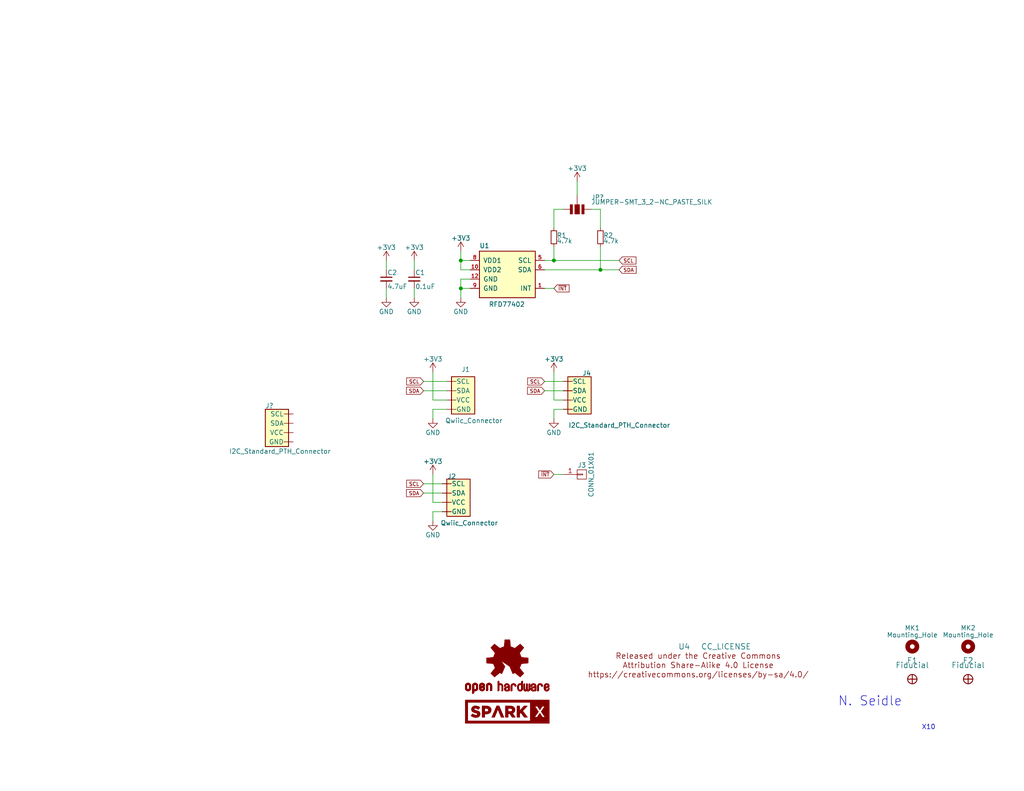
<source format=kicad_sch>
(kicad_sch (version 20230121) (generator eeschema)
  (paper "USLetter")
  (title_block (title "ZOPT220x UV Sensor Breakout.sch") (date "22 MAR 2017"))
  (lib_symbols
    (symbol "RFD77402-ToF-Sensor-rescue:+3.3V" (power) (pin_names (offset 0))
      (property "Value" "+3.3V" (at 0 3.556 0))
      (symbol "+3.3V_1_1"
        (pin power_in line (at 0 0 90) (length 0) hide (name "+3V3") (number "1"))
      )
    )
    (symbol "RFD77402-ToF-Sensor-rescue:CC_LICENSE" (pin_names (offset 1.016))
      (property "Reference" "U" (at -3.81 3.81 0))
      (property "Value" "CC_LICENSE" (at 7.62 3.81 0))
      (symbol "CC_LICENSE_0_0"
        (text "Attribution Share-Alike 4.0 License" (at 0 -1.27 0) (effects (font (size 1.524 1.524))))
        (text "https://creativecommons.org/licenses/by-sa/4.0/" (at 0 -3.81 0) (effects (font (size 1.524 1.524))))
        (text "Released under the Creative Commons" (at 0 1.27 0) (effects (font (size 1.524 1.524))))
      )
    )
    (symbol "RFD77402-ToF-Sensor-rescue:CONN_01X01" (pin_names (offset 1.016) hide)
      (property "Reference" "J" (at 0 2.54 0))
      (property "Value" "CONN_01X01" (at 2.54 0 90))
      (symbol "CONN_01X01_1_1"
        (pin passive line (at -5.08 0 0) (length 3.81) (name "P1") (number "1"))
      )
    )
    (symbol "RFD77402-ToF-Sensor-rescue:C_Small" (pin_numbers hide) (pin_names (offset 0.254) hide)
      (property "Reference" "C" (at 0.254 1.778 0))
      (property "Value" "C_Small" (at 0.254 -2.032 0))
      (symbol "C_Small_1_1"
        (pin passive line (at 0 2.54 270) (length 2.032) (name "~") (number "1"))
        (pin passive line (at 0 -2.54 90) (length 2.032) (name "~") (number "2"))
      )
    )
    (symbol "RFD77402-ToF-Sensor-rescue:Fiducial" (pin_names (offset 1.016))
      (property "Reference" "F" (at 0 5.08 0))
      (property "Value" "Fiducial" (at 0 3.81 0))
    )
    (symbol "RFD77402-ToF-Sensor-rescue:GND" (power) (pin_names (offset 0))
      (property "Value" "GND" (at 0 -3.81 0))
      (symbol "GND_1_1"
        (pin power_in line (at 0 0 270) (length 0) hide (name "GND") (number "1"))
      )
    )
    (symbol "RFD77402-ToF-Sensor-rescue:I2C_Standard_PTH_Connector" (pin_numbers hide) (pin_names (offset 0.0254))
      (property "Reference" "J" (at -2.54 5.334 0))
      (property "Value" "I2C_Standard_PTH_Connector" (at -12.446 -7.112 0))
      (symbol "I2C_Standard_PTH_Connector_1_1"
        (pin power_in line (at 5.08 -3.81 180) (length 2.54) (name "GND") (number "1"))
        (pin power_in line (at 5.08 -1.27 180) (length 2.54) (name "VCC") (number "2"))
        (pin passive line (at 5.08 1.27 180) (length 2.54) (name "SDA") (number "3"))
        (pin passive line (at 5.08 3.81 180) (length 2.54) (name "SCL") (number "4"))
      )
    )
    (symbol "RFD77402-ToF-Sensor-rescue:JUMPER-SMT_3_2-NC_PASTE_SILK" (pin_numbers hide) (pin_names (offset 1.27) hide)
      (property "Reference" "JP" (at 2.54 0.381 0))
      (property "Value" "JUMPER-SMT_3_2-NC_PASTE_SILK" (at 2.54 -2.159 0))
      (symbol "JUMPER-SMT_3_2-NC_PASTE_SILK_1_1"
        (pin passive line (at 0 3.81 270) (length 2.54) (name "1") (number "1"))
        (pin passive line (at -3.81 0 0) (length 2.54) (name "2") (number "2"))
        (pin passive line (at 0 -3.81 90) (length 2.54) (name "3") (number "3"))
      )
    )
    (symbol "RFD77402-ToF-Sensor-rescue:Mounting_Hole" (pin_names (offset 1.016))
      (property "Reference" "MK" (at 0 5.08 0))
      (property "Value" "Mounting_Hole" (at 0 3.175 0))
    )
    (symbol "RFD77402-ToF-Sensor-rescue:Qwiic_Connector" (pin_numbers hide) (pin_names (offset 0.0254))
      (property "Reference" "J" (at -2.54 5.334 0))
      (property "Value" "Qwiic_Connector" (at -6.858 -7.112 0))
      (symbol "Qwiic_Connector_1_1"
        (pin power_in line (at 5.08 -3.81 180) (length 2.54) (name "GND") (number "1"))
        (pin power_in line (at 5.08 -1.27 180) (length 2.54) (name "VCC") (number "2"))
        (pin passive line (at 5.08 1.27 180) (length 2.54) (name "SDA") (number "3"))
        (pin passive line (at 5.08 3.81 180) (length 2.54) (name "SCL") (number "4"))
      )
    )
    (symbol "RFD77402-ToF-Sensor-rescue:RFD77402" (pin_names (offset 1.016))
      (property "Reference" "U" (at -7.62 7.112 0))
      (property "Value" "RFD77402" (at -5.08 -8.89 0))
      (symbol "RFD77402_1_1"
        (pin bidirectional line (at 10.16 -3.81 180) (length 2.54) (name "INT") (number "1"))
        (pin input line (at -10.16 1.27 0) (length 2.54) (name "VDD2") (number "10"))
        (pin bidirectional line (at -10.16 -1.27 0) (length 2.54) (name "GND") (number "12"))
        (pin bidirectional line (at 10.16 3.81 180) (length 2.54) (name "SCL") (number "5"))
        (pin bidirectional line (at 10.16 1.27 180) (length 2.54) (name "SDA") (number "6"))
        (pin bidirectional line (at -10.16 3.81 0) (length 2.54) (name "VDD1") (number "8"))
        (pin bidirectional line (at -10.16 -3.81 0) (length 2.54) (name "GND") (number "9"))
      )
    )
    (symbol "RFD77402-ToF-Sensor-rescue:R_Small" (pin_numbers hide) (pin_names (offset 0.254) hide)
      (property "Reference" "R" (at 0.762 0.508 0))
      (property "Value" "R_Small" (at 0.762 -1.016 0))
      (symbol "R_Small_1_1"
        (pin passive line (at 0 2.54 270) (length 0.762) (name "~") (number "1"))
        (pin passive line (at 0 -2.54 90) (length 0.762) (name "~") (number "2"))
      )
    )
    (symbol "RFD77402-ToF-Sensor-rescue:SPARKFUN-AESTHETICS_OSHW-LOGOS" (pin_numbers hide) (pin_names (offset 1.016) hide))
    (symbol "RFD77402-ToF-Sensor-rescue:SPARKX_SPARKX-LOGO4" (pin_numbers hide) (pin_names (offset 1.016) hide))
  )
  (junction (at 125.73 78.74))
  (junction (at 151.13 71.12))
  (junction (at 163.83 73.66))
  (junction (at 125.73 71.12))
  (wire (pts (xy 120.65 132.08) (xy 115.57 132.08)))
  (wire (pts (xy 157.48 49.53) (xy 157.48 53.34)))
  (wire (pts (xy 125.73 76.2) (xy 125.73 78.74)))
  (wire (pts (xy 148.59 78.74) (xy 151.13 78.74)))
  (wire (pts (xy 151.13 67.31) (xy 151.13 71.12)))
  (wire (pts (xy 118.11 139.7) (xy 118.11 142.24)))
  (wire (pts (xy 128.27 71.12) (xy 125.73 71.12)))
  (wire (pts (xy 153.67 106.68) (xy 148.59 106.68)))
  (wire (pts (xy 151.13 57.15) (xy 151.13 62.23)))
  (wire (pts (xy 113.03 71.12) (xy 113.03 73.66)))
  (wire (pts (xy 125.73 68.58) (xy 125.73 71.12)))
  (wire (pts (xy 163.83 73.66) (xy 168.91 73.66)))
  (wire (pts (xy 153.67 109.22) (xy 151.13 109.22)))
  (wire (pts (xy 105.41 71.12) (xy 105.41 73.66)))
  (wire (pts (xy 153.67 104.14) (xy 148.59 104.14)))
  (wire (pts (xy 121.92 109.22) (xy 118.11 109.22)))
  (wire (pts (xy 153.67 111.76) (xy 151.13 111.76)))
  (wire (pts (xy 151.13 111.76) (xy 151.13 114.3)))
  (wire (pts (xy 125.73 73.66) (xy 128.27 73.66)))
  (wire (pts (xy 121.92 111.76) (xy 118.11 111.76)))
  (wire (pts (xy 120.65 134.62) (xy 115.57 134.62)))
  (wire (pts (xy 128.27 76.2) (xy 125.73 76.2)))
  (wire (pts (xy 151.13 109.22) (xy 151.13 101.6)))
  (wire (pts (xy 121.92 104.14) (xy 115.57 104.14)))
  (wire (pts (xy 128.27 78.74) (xy 125.73 78.74)))
  (wire (pts (xy 121.92 106.68) (xy 115.57 106.68)))
  (wire (pts (xy 120.65 137.16) (xy 118.11 137.16)))
  (wire (pts (xy 151.13 57.15) (xy 153.67 57.15)))
  (wire (pts (xy 148.59 73.66) (xy 163.83 73.66)))
  (wire (pts (xy 125.73 78.74) (xy 125.73 81.28)))
  (wire (pts (xy 163.83 57.15) (xy 163.83 62.23)))
  (wire (pts (xy 118.11 109.22) (xy 118.11 101.6)))
  (wire (pts (xy 161.29 57.15) (xy 163.83 57.15)))
  (wire (pts (xy 118.11 137.16) (xy 118.11 129.54)))
  (wire (pts (xy 105.41 78.74) (xy 105.41 81.28)))
  (wire (pts (xy 153.67 129.54) (xy 151.13 129.54)))
  (wire (pts (xy 151.13 71.12) (xy 168.91 71.12)))
  (wire (pts (xy 113.03 78.74) (xy 113.03 81.28)))
  (wire (pts (xy 118.11 111.76) (xy 118.11 114.3)))
  (wire (pts (xy 163.83 67.31) (xy 163.83 73.66)))
  (wire (pts (xy 148.59 71.12) (xy 151.13 71.12)))
  (wire (pts (xy 120.65 139.7) (xy 118.11 139.7)))
  (wire (pts (xy 125.73 71.12) (xy 125.73 73.66)))
  (text "X10" (at 251.46 199.39 0) (effects (font (size 1.27 1.27)) (justify left bottom)))
  (text "N. Seidle" (at 228.6 193.04 0) (effects (font (size 2.54 2.54)) (justify left bottom)))
  (global_label "SCL" (shape input) (at 148.59 104.14 180) (effects (font (size 0.9906 0.9906))) (property "Intersheetrefs" "${INTERSHEET_REFS}" (effects hide)))
  (global_label "SCL" (shape input) (at 115.57 104.14 180) (effects (font (size 0.9906 0.9906))) (property "Intersheetrefs" "${INTERSHEET_REFS}" (effects hide)))
  (global_label "SCL" (shape input) (at 168.91 71.12 0) (effects (font (size 0.9906 0.9906))) (property "Intersheetrefs" "${INTERSHEET_REFS}" (effects hide)))
  (global_label "~{INT}" (shape input) (at 151.13 129.54 180) (effects (font (size 0.9906 0.9906))) (property "Intersheetrefs" "${INTERSHEET_REFS}" (effects hide)))
  (global_label "SDA" (shape input) (at 168.91 73.66 0) (effects (font (size 0.9906 0.9906))) (property "Intersheetrefs" "${INTERSHEET_REFS}" (effects hide)))
  (global_label "SDA" (shape input) (at 148.59 106.68 180) (effects (font (size 0.9906 0.9906))) (property "Intersheetrefs" "${INTERSHEET_REFS}" (effects hide)))
  (global_label "~{INT}" (shape input) (at 151.13 78.74 0) (effects (font (size 0.9906 0.9906))) (property "Intersheetrefs" "${INTERSHEET_REFS}" (effects hide)))
  (global_label "SDA" (shape input) (at 115.57 106.68 180) (effects (font (size 0.9906 0.9906))) (property "Intersheetrefs" "${INTERSHEET_REFS}" (effects hide)))
  (global_label "SCL" (shape input) (at 115.57 132.08 180) (effects (font (size 0.9906 0.9906))) (property "Intersheetrefs" "${INTERSHEET_REFS}" (effects hide)))
  (global_label "SDA" (shape input) (at 115.57 134.62 180) (effects (font (size 0.9906 0.9906))) (property "Intersheetrefs" "${INTERSHEET_REFS}" (effects hide)))
  (symbol (lib_id "RFD77402-ToF-Sensor-rescue:SPARKX_SPARKX-LOGO4") (at 138.43 194.31 0) (unit 1)
    (property "Reference" "U3" (effects hide))
    (property "Value" "SPARKX-LOGO4" (effects hide))
    (property "Footprint" "SparkX:SPARKX-MEDIUM" (effects hide))
  )
  (symbol (lib_id "RFD77402-ToF-Sensor-rescue:SPARKX_SPARKX-LOGO4") (at 138.43 194.31 0) (unit 1)
    (property "Reference" "U2" (effects hide))
    (property "Value" "SPARKX-LOGO4" (effects hide))
    (property "Footprint" "SparkX:SPARKX-MEDIUM" (effects hide))
  )
  (symbol (lib_id "RFD77402-ToF-Sensor-rescue:C_Small") (at 113.03 76.2 0) (unit 1)
    (property "Reference" "C1" (at 113.284 74.422 0) (effects (justify left)))
    (property "Value" "0.1uF" (at 113.284 78.232 0) (effects (justify left)))
    (property "Footprint" "SparkFun-Capacitors:0603" (effects hide))
  )
  (symbol (lib_id "RFD77402-ToF-Sensor-rescue:R_Small") (at 163.83 64.77 0) (unit 1)
    (property "Reference" "R2" (at 164.592 64.262 0) (effects (justify left)))
    (property "Value" "4.7k" (at 164.592 65.786 0) (effects (justify left)))
    (property "Footprint" "SparkFun-Resistors:0603" (effects hide))
  )
  (symbol (lib_id "RFD77402-ToF-Sensor-rescue:Mounting_Hole") (at 248.92 176.53 0) (unit 1)
    (property "Reference" "MK1" (at 248.92 171.45 0))
    (property "Value" "Mounting_Hole" (at 248.92 173.355 0))
    (property "Footprint" "SparkFun-Hardware:STAND-OFF" (effects hide))
  )
  (symbol (lib_id "RFD77402-ToF-Sensor-rescue:Qwiic_Connector") (at 127 107.95 0) (mirror y) (unit 1)
    (property "Reference" "J1" (at 128.27 101.6 0) (effects (justify left bottom)))
    (property "Value" "Qwiic_Connector" (at 137.16 115.57 0) (effects (justify left bottom)))
    (property "Footprint" "SparkX:1X04_1MM_RA" (effects hide))
  )
  (symbol (lib_id "RFD77402-ToF-Sensor-rescue:GND") (at 118.11 142.24 0) (unit 1)
    (property "Reference" "#PWR01" (effects hide))
    (property "Value" "GND" (at 118.11 146.05 0))
  )
  (symbol (lib_id "RFD77402-ToF-Sensor-rescue:Qwiic_Connector") (at 125.73 135.89 0) (mirror y) (unit 1)
    (property "Reference" "J2" (at 124.46 130.81 0) (effects (justify left bottom)))
    (property "Value" "Qwiic_Connector" (at 135.89 143.51 0) (effects (justify left bottom)))
    (property "Footprint" "SparkX:1X04_1MM_RA" (effects hide))
  )
  (symbol (lib_id "RFD77402-ToF-Sensor-rescue:GND") (at 125.73 81.28 0) (unit 1)
    (property "Reference" "#PWR02" (effects hide))
    (property "Value" "GND" (at 125.73 85.09 0))
  )
  (symbol (lib_id "RFD77402-ToF-Sensor-rescue:GND") (at 113.03 81.28 0) (unit 1)
    (property "Reference" "#PWR03" (effects hide))
    (property "Value" "GND" (at 113.03 85.09 0))
  )
  (symbol (lib_id "RFD77402-ToF-Sensor-rescue:+3.3V") (at 113.03 71.12 0) (unit 1)
    (property "Reference" "#PWR04" (effects hide))
    (property "Value" "+3.3V" (at 113.03 67.564 0))
  )
  (symbol (lib_id "RFD77402-ToF-Sensor-rescue:+3.3V") (at 125.73 68.58 0) (unit 1)
    (property "Reference" "#PWR05" (effects hide))
    (property "Value" "+3.3V" (at 125.73 65.024 0))
  )
  (symbol (lib_id "RFD77402-ToF-Sensor-rescue:+3.3V") (at 118.11 101.6 0) (unit 1)
    (property "Reference" "#PWR06" (effects hide))
    (property "Value" "+3.3V" (at 118.11 98.044 0))
  )
  (symbol (lib_id "RFD77402-ToF-Sensor-rescue:+3.3V") (at 151.13 101.6 0) (unit 1)
    (property "Reference" "#PWR07" (effects hide))
    (property "Value" "+3.3V" (at 151.13 98.044 0))
  )
  (symbol (lib_id "RFD77402-ToF-Sensor-rescue:+3.3V") (at 118.11 129.54 0) (unit 1)
    (property "Reference" "#PWR08" (effects hide))
    (property "Value" "+3.3V" (at 118.11 125.984 0))
  )
  (symbol (lib_id "RFD77402-ToF-Sensor-rescue:GND") (at 151.13 114.3 0) (unit 1)
    (property "Reference" "#PWR09" (effects hide))
    (property "Value" "GND" (at 151.13 118.11 0))
  )
  (symbol (lib_id "RFD77402-ToF-Sensor-rescue:GND") (at 118.11 114.3 0) (unit 1)
    (property "Reference" "#PWR010" (effects hide))
    (property "Value" "GND" (at 118.11 118.11 0))
  )
  (symbol (lib_id "RFD77402-ToF-Sensor-rescue:+3.3V") (at 157.48 49.53 0) (unit 1)
    (property "Reference" "#PWR011" (effects hide))
    (property "Value" "+3.3V" (at 157.48 45.974 0))
  )
  (symbol (lib_id "RFD77402-ToF-Sensor-rescue:CONN_01X01") (at 158.75 129.54 0) (unit 1)
    (property "Reference" "J3" (at 158.75 127 0))
    (property "Value" "CONN_01X01" (at 161.29 129.54 90))
    (property "Footprint" "SparkX:1X01_NO_SILK" (effects hide))
  )
  (symbol (lib_id "RFD77402-ToF-Sensor-rescue:R_Small") (at 151.13 64.77 0) (unit 1)
    (property "Reference" "R1" (at 151.892 64.262 0) (effects (justify left)))
    (property "Value" "4.7k" (at 151.892 65.786 0) (effects (justify left)))
    (property "Footprint" "SparkFun-Resistors:0603" (effects hide))
  )
  (symbol (lib_id "RFD77402-ToF-Sensor-rescue:I2C_Standard_PTH_Connector") (at 158.75 107.95 0) (mirror y) (unit 1)
    (property "Reference" "J4" (at 161.29 102.616 0) (effects (justify left bottom)))
    (property "Value" "I2C_Standard_PTH_Connector" (at 182.88 116.84 0) (effects (justify left bottom)))
    (property "Footprint" "SparkX:1X04_NO_SILK" (effects hide))
  )
  (symbol (lib_id "RFD77402-ToF-Sensor-rescue:Mounting_Hole") (at 264.16 176.53 0) (unit 1)
    (property "Reference" "MK2" (at 264.16 171.45 0))
    (property "Value" "Mounting_Hole" (at 264.16 173.355 0))
    (property "Footprint" "SparkFun-Hardware:STAND-OFF" (effects hide))
  )
  (symbol (lib_id "RFD77402-ToF-Sensor-rescue:SPARKFUN-AESTHETICS_OSHW-LOGOS") (at 138.43 180.34 0) (unit 1)
    (property "Reference" "LOGO1" (effects hide))
    (property "Value" "SPARKFUN-AESTHETICS_OSHW-LOGOS" (effects hide))
    (property "Footprint" "SparkFun-Aesthetics:OSHW-LOGO-MINI" (effects hide))
  )
  (symbol (lib_id "RFD77402-ToF-Sensor-rescue:CC_LICENSE") (at 190.5 180.34 0) (unit 1)
    (property "Reference" "U4" (at 186.69 176.53 0) (effects (font (size 1.524 1.524))))
    (property "Value" "CC_LICENSE" (at 198.12 176.53 0) (effects (font (size 1.524 1.524))))
    (property "Footprint" "SparkFun-Aesthetics:CREATIVE_COMMONS" (effects hide))
  )
  (symbol (lib_id "RFD77402-ToF-Sensor-rescue:Fiducial") (at 264.16 185.42 0) (unit 1)
    (property "Reference" "F2" (at 264.16 180.34 0) (effects (font (size 1.524 1.524))))
    (property "Value" "Fiducial" (at 264.16 181.61 0) (effects (font (size 1.524 1.524))))
    (property "Footprint" "SparkFun-KiCad-Aesthetics:FIDUCIAL-1X2" (effects hide))
  )
  (symbol (lib_id "RFD77402-ToF-Sensor-rescue:Fiducial") (at 248.92 185.42 0) (unit 1)
    (property "Reference" "F1" (at 248.92 180.34 0) (effects (font (size 1.524 1.524))))
    (property "Value" "Fiducial" (at 248.92 181.61 0) (effects (font (size 1.524 1.524))))
    (property "Footprint" "SparkFun-KiCad-Aesthetics:FIDUCIAL-1X2" (effects hide))
  )
  (symbol (lib_id "RFD77402-ToF-Sensor-rescue:RFD77402") (at 138.43 74.93 0) (unit 1)
    (property "Reference" "U1" (at 130.81 67.818 0) (effects (justify left bottom)))
    (property "Value" "RFD77402" (at 133.35 83.82 0) (effects (justify left bottom)))
    (property "Footprint" "SparkFun_Kicad-Sensors:RFD77402" (effects hide))
  )
  (symbol (lib_id "RFD77402-ToF-Sensor-rescue:C_Small") (at 105.41 76.2 0) (unit 1)
    (property "Reference" "C2" (at 105.664 74.422 0) (effects (justify left)))
    (property "Value" "4.7uF" (at 105.664 78.232 0) (effects (justify left)))
    (property "Footprint" "SparkFun-Capacitors:0603" (effects hide))
  )
  (symbol (lib_id "RFD77402-ToF-Sensor-rescue:+3.3V") (at 105.41 71.12 0) (unit 1)
    (property "Reference" "#PWR012" (effects hide))
    (property "Value" "+3.3V" (at 105.41 67.564 0))
  )
  (symbol (lib_id "RFD77402-ToF-Sensor-rescue:GND") (at 105.41 81.28 0) (unit 1)
    (property "Reference" "#PWR013" (effects hide))
    (property "Value" "GND" (at 105.41 85.09 0))
  )
  (symbol (lib_id "RFD77402-ToF-Sensor-rescue:JUMPER-SMT_3_2-NC_PASTE_SILK") (at 157.48 57.15 270) (unit 1)
    (property "Reference" "JP?" (at 161.29 54.61 90) (effects (justify left bottom)))
    (property "Value" "JUMPER-SMT_3_2-NC_PASTE_SILK" (at 161.29 55.88 90) (effects (justify left bottom)))
  )
  (symbol (lib_id "RFD77402-ToF-Sensor-rescue:I2C_Standard_PTH_Connector") (at 74.93 116.84 0) (unit 1)
    (property "Reference" "J?" (at 72.39 111.506 0) (effects (justify left bottom)))
    (property "Value" "I2C_Standard_PTH_Connector" (at 62.484 123.952 0) (effects (justify left bottom)))
  )
)
</source>
